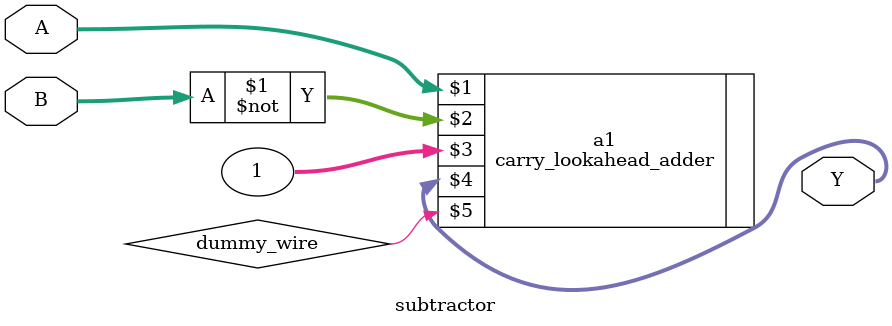
<source format=v>
`timescale 1ns / 1ps

module subtractor #(parameter N=32) (A, B, Y);

    input [N-1:0] A, B;
    output wire [N-1:0] Y;

    wire dummy_wire;

    carry_lookahead_adder #(N) a1(A, ~B, 1, Y, dummy_wire);

endmodule


</source>
